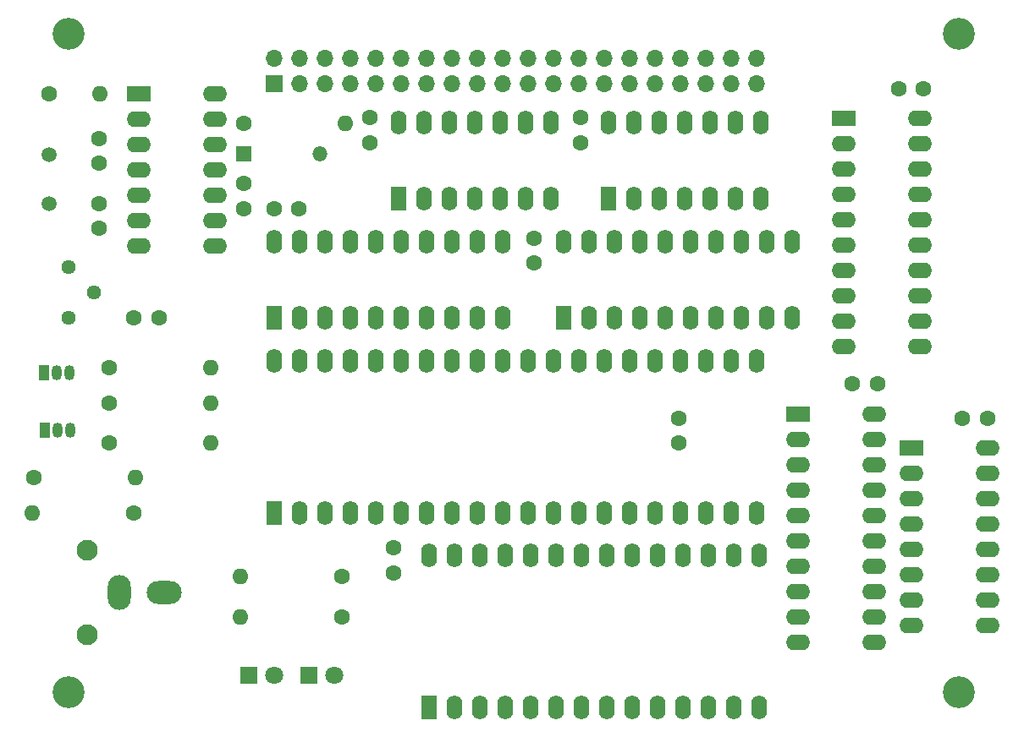
<source format=gts>
G04 #@! TF.GenerationSoftware,KiCad,Pcbnew,(5.1.10-1-10_14)*
G04 #@! TF.CreationDate,2021-12-18T16:06:10+09:00*
G04 #@! TF.ProjectId,K68-VDG,4b36382d-5644-4472-9e6b-696361645f70,rev?*
G04 #@! TF.SameCoordinates,PX8583b00PY93d1cc0*
G04 #@! TF.FileFunction,Soldermask,Top*
G04 #@! TF.FilePolarity,Negative*
%FSLAX46Y46*%
G04 Gerber Fmt 4.6, Leading zero omitted, Abs format (unit mm)*
G04 Created by KiCad (PCBNEW (5.1.10-1-10_14)) date 2021-12-18 16:06:10*
%MOMM*%
%LPD*%
G01*
G04 APERTURE LIST*
%ADD10O,1.600000X1.600000*%
%ADD11C,1.600000*%
%ADD12O,2.400000X1.600000*%
%ADD13R,2.400000X1.600000*%
%ADD14O,1.600000X2.400000*%
%ADD15R,1.600000X2.400000*%
%ADD16C,3.200000*%
%ADD17C,1.500000*%
%ADD18C,1.440000*%
%ADD19R,1.050000X1.500000*%
%ADD20O,1.050000X1.500000*%
%ADD21O,1.700000X1.700000*%
%ADD22R,1.700000X1.700000*%
%ADD23C,2.100000*%
%ADD24O,3.500000X2.300000*%
%ADD25O,2.300000X3.500000*%
%ADD26C,1.800000*%
%ADD27R,1.800000X1.800000*%
%ADD28O,1.500000X1.500000*%
%ADD29R,1.500000X1.500000*%
G04 APERTURE END LIST*
D10*
X8580000Y64500000D03*
D11*
X3500000Y64500000D03*
D12*
X97420000Y29000000D03*
X89800000Y11220000D03*
X97420000Y26460000D03*
X89800000Y13760000D03*
X97420000Y23920000D03*
X89800000Y16300000D03*
X97420000Y21380000D03*
X89800000Y18840000D03*
X97420000Y18840000D03*
X89800000Y21380000D03*
X97420000Y16300000D03*
X89800000Y23920000D03*
X97420000Y13760000D03*
X89800000Y26460000D03*
X97420000Y11220000D03*
D13*
X89800000Y29000000D03*
D11*
X97400000Y32000000D03*
X94900000Y32000000D03*
D14*
X41500000Y18240000D03*
X74520000Y3000000D03*
X44040000Y18240000D03*
X71980000Y3000000D03*
X46580000Y18240000D03*
X69440000Y3000000D03*
X49120000Y18240000D03*
X66900000Y3000000D03*
X51660000Y18240000D03*
X64360000Y3000000D03*
X54200000Y18240000D03*
X61820000Y3000000D03*
X56740000Y18240000D03*
X59280000Y3000000D03*
X59280000Y18240000D03*
X56740000Y3000000D03*
X61820000Y18240000D03*
X54200000Y3000000D03*
X64360000Y18240000D03*
X51660000Y3000000D03*
X66900000Y18240000D03*
X49120000Y3000000D03*
X69440000Y18240000D03*
X46580000Y3000000D03*
X71980000Y18240000D03*
X44040000Y3000000D03*
X74520000Y18240000D03*
D15*
X41500000Y3000000D03*
D16*
X94500000Y4500000D03*
X5500000Y4500000D03*
X94500000Y70500000D03*
X5500000Y70500000D03*
D17*
X3500000Y58380000D03*
X3500000Y53500000D03*
D14*
X55000000Y49620000D03*
X77860000Y42000000D03*
X57540000Y49620000D03*
X75320000Y42000000D03*
X60080000Y49620000D03*
X72780000Y42000000D03*
X62620000Y49620000D03*
X70240000Y42000000D03*
X65160000Y49620000D03*
X67700000Y42000000D03*
X67700000Y49620000D03*
X65160000Y42000000D03*
X70240000Y49620000D03*
X62620000Y42000000D03*
X72780000Y49620000D03*
X60080000Y42000000D03*
X75320000Y49620000D03*
X57540000Y42000000D03*
X77860000Y49620000D03*
D15*
X55000000Y42000000D03*
D12*
X86020000Y32400000D03*
X78400000Y9540000D03*
X86020000Y29860000D03*
X78400000Y12080000D03*
X86020000Y27320000D03*
X78400000Y14620000D03*
X86020000Y24780000D03*
X78400000Y17160000D03*
X86020000Y22240000D03*
X78400000Y19700000D03*
X86020000Y19700000D03*
X78400000Y22240000D03*
X86020000Y17160000D03*
X78400000Y24780000D03*
X86020000Y14620000D03*
X78400000Y27320000D03*
X86020000Y12080000D03*
X78400000Y29860000D03*
X86020000Y9540000D03*
D13*
X78400000Y32400000D03*
D14*
X26000000Y49620000D03*
X48860000Y42000000D03*
X28540000Y49620000D03*
X46320000Y42000000D03*
X31080000Y49620000D03*
X43780000Y42000000D03*
X33620000Y49620000D03*
X41240000Y42000000D03*
X36160000Y49620000D03*
X38700000Y42000000D03*
X38700000Y49620000D03*
X36160000Y42000000D03*
X41240000Y49620000D03*
X33620000Y42000000D03*
X43780000Y49620000D03*
X31080000Y42000000D03*
X46320000Y49620000D03*
X28540000Y42000000D03*
X48860000Y49620000D03*
D15*
X26000000Y42000000D03*
D14*
X38500000Y61620000D03*
X53740000Y54000000D03*
X41040000Y61620000D03*
X51200000Y54000000D03*
X43580000Y61620000D03*
X48660000Y54000000D03*
X46120000Y61620000D03*
X46120000Y54000000D03*
X48660000Y61620000D03*
X43580000Y54000000D03*
X51200000Y61620000D03*
X41040000Y54000000D03*
X53740000Y61620000D03*
D15*
X38500000Y54000000D03*
D12*
X90620000Y62000000D03*
X83000000Y39140000D03*
X90620000Y59460000D03*
X83000000Y41680000D03*
X90620000Y56920000D03*
X83000000Y44220000D03*
X90620000Y54380000D03*
X83000000Y46760000D03*
X90620000Y51840000D03*
X83000000Y49300000D03*
X90620000Y49300000D03*
X83000000Y51840000D03*
X90620000Y46760000D03*
X83000000Y54380000D03*
X90620000Y44220000D03*
X83000000Y56920000D03*
X90620000Y41680000D03*
X83000000Y59460000D03*
X90620000Y39140000D03*
D13*
X83000000Y62000000D03*
D14*
X59500000Y61620000D03*
X74740000Y54000000D03*
X62040000Y61620000D03*
X72200000Y54000000D03*
X64580000Y61620000D03*
X69660000Y54000000D03*
X67120000Y61620000D03*
X67120000Y54000000D03*
X69660000Y61620000D03*
X64580000Y54000000D03*
X72200000Y61620000D03*
X62040000Y54000000D03*
X74740000Y61620000D03*
D15*
X59500000Y54000000D03*
D12*
X20120000Y64500000D03*
X12500000Y49260000D03*
X20120000Y61960000D03*
X12500000Y51800000D03*
X20120000Y59420000D03*
X12500000Y54340000D03*
X20120000Y56880000D03*
X12500000Y56880000D03*
X20120000Y54340000D03*
X12500000Y59420000D03*
X20120000Y51800000D03*
X12500000Y61960000D03*
X20120000Y49260000D03*
D13*
X12500000Y64500000D03*
D14*
X26000000Y37740000D03*
X74260000Y22500000D03*
X28540000Y37740000D03*
X71720000Y22500000D03*
X31080000Y37740000D03*
X69180000Y22500000D03*
X33620000Y37740000D03*
X66640000Y22500000D03*
X36160000Y37740000D03*
X64100000Y22500000D03*
X38700000Y37740000D03*
X61560000Y22500000D03*
X41240000Y37740000D03*
X59020000Y22500000D03*
X43780000Y37740000D03*
X56480000Y22500000D03*
X46320000Y37740000D03*
X53940000Y22500000D03*
X48860000Y37740000D03*
X51400000Y22500000D03*
X51400000Y37740000D03*
X48860000Y22500000D03*
X53940000Y37740000D03*
X46320000Y22500000D03*
X56480000Y37740000D03*
X43780000Y22500000D03*
X59020000Y37740000D03*
X41240000Y22500000D03*
X61560000Y37740000D03*
X38700000Y22500000D03*
X64100000Y37740000D03*
X36160000Y22500000D03*
X66640000Y37740000D03*
X33620000Y22500000D03*
X69180000Y37740000D03*
X31080000Y22500000D03*
X71720000Y37740000D03*
X28540000Y22500000D03*
X74260000Y37740000D03*
D15*
X26000000Y22500000D03*
D18*
X5500000Y42000000D03*
X8040000Y44540000D03*
X5500000Y47080000D03*
D10*
X22640000Y12100000D03*
D11*
X32800000Y12100000D03*
D10*
X22640000Y16100000D03*
D11*
X32800000Y16100000D03*
D10*
X12160000Y26000000D03*
D11*
X2000000Y26000000D03*
D10*
X19660000Y29500000D03*
D11*
X9500000Y29500000D03*
D10*
X1840000Y22500000D03*
D11*
X12000000Y22500000D03*
D10*
X19660000Y33500000D03*
D11*
X9500000Y33500000D03*
D10*
X19660000Y37000000D03*
D11*
X9500000Y37000000D03*
D10*
X33160000Y61500000D03*
D11*
X23000000Y61500000D03*
D19*
X3100000Y30800000D03*
D20*
X5640000Y30800000D03*
X4370000Y30800000D03*
D19*
X3000000Y36500000D03*
D20*
X5540000Y36500000D03*
X4270000Y36500000D03*
D21*
X74260000Y68040000D03*
X74260000Y65500000D03*
X71720000Y68040000D03*
X71720000Y65500000D03*
X69180000Y68040000D03*
X69180000Y65500000D03*
X66640000Y68040000D03*
X66640000Y65500000D03*
X64100000Y68040000D03*
X64100000Y65500000D03*
X61560000Y68040000D03*
X61560000Y65500000D03*
X59020000Y68040000D03*
X59020000Y65500000D03*
X56480000Y68040000D03*
X56480000Y65500000D03*
X53940000Y68040000D03*
X53940000Y65500000D03*
X51400000Y68040000D03*
X51400000Y65500000D03*
X48860000Y68040000D03*
X48860000Y65500000D03*
X46320000Y68040000D03*
X46320000Y65500000D03*
X43780000Y68040000D03*
X43780000Y65500000D03*
X41240000Y68040000D03*
X41240000Y65500000D03*
X38700000Y68040000D03*
X38700000Y65500000D03*
X36160000Y68040000D03*
X36160000Y65500000D03*
X33620000Y68040000D03*
X33620000Y65500000D03*
X31080000Y68040000D03*
X31080000Y65500000D03*
X28540000Y68040000D03*
X28540000Y65500000D03*
X26000000Y68040000D03*
D22*
X26000000Y65500000D03*
D23*
X7350000Y18750000D03*
D24*
X15000000Y14500000D03*
D25*
X10500000Y14500000D03*
D23*
X7350000Y10250000D03*
D26*
X26040000Y6200000D03*
D27*
X23500000Y6200000D03*
D26*
X32040000Y6200000D03*
D27*
X29500000Y6200000D03*
D28*
X30620000Y58500000D03*
D29*
X23000000Y58500000D03*
D11*
X35600000Y59600000D03*
X35600000Y62100000D03*
X56700000Y59600000D03*
X56700000Y62100000D03*
X52000000Y47500000D03*
X52000000Y50000000D03*
X38000000Y16500000D03*
X38000000Y19000000D03*
X86400000Y35400000D03*
X83900000Y35400000D03*
X28500000Y53000000D03*
X26000000Y53000000D03*
X14500000Y42000000D03*
X12000000Y42000000D03*
X91000000Y65000000D03*
X88500000Y65000000D03*
X23000000Y53000000D03*
X23000000Y55500000D03*
X8500000Y60000000D03*
X8500000Y57500000D03*
X8500000Y51000000D03*
X8500000Y53500000D03*
X66500000Y32000000D03*
X66500000Y29500000D03*
M02*

</source>
